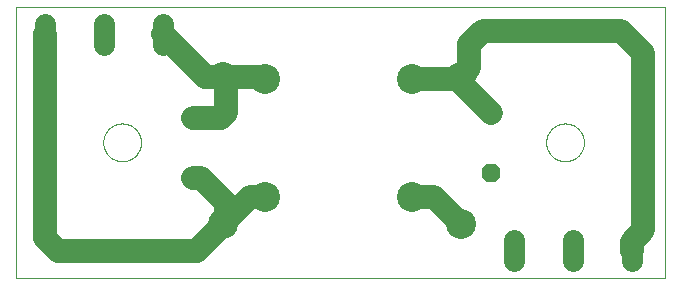
<source format=gtl>
G75*
%MOIN*%
%OFA0B0*%
%FSLAX25Y25*%
%IPPOS*%
%LPD*%
%AMOC8*
5,1,8,0,0,1.08239X$1,22.5*
%
%ADD10C,0.00000*%
%ADD11C,0.10000*%
%ADD12OC8,0.06300*%
%ADD13C,0.07050*%
%ADD14C,0.08000*%
D10*
X0001587Y0008595D02*
X0001587Y0099146D01*
X0217871Y0099146D01*
X0217871Y0008595D01*
X0001587Y0008595D01*
X0030595Y0053871D02*
X0030597Y0054029D01*
X0030603Y0054187D01*
X0030613Y0054345D01*
X0030627Y0054503D01*
X0030645Y0054660D01*
X0030666Y0054817D01*
X0030692Y0054973D01*
X0030722Y0055129D01*
X0030755Y0055284D01*
X0030793Y0055437D01*
X0030834Y0055590D01*
X0030879Y0055742D01*
X0030928Y0055893D01*
X0030981Y0056042D01*
X0031037Y0056190D01*
X0031097Y0056336D01*
X0031161Y0056481D01*
X0031229Y0056624D01*
X0031300Y0056766D01*
X0031374Y0056906D01*
X0031452Y0057043D01*
X0031534Y0057179D01*
X0031618Y0057313D01*
X0031707Y0057444D01*
X0031798Y0057573D01*
X0031893Y0057700D01*
X0031990Y0057825D01*
X0032091Y0057947D01*
X0032195Y0058066D01*
X0032302Y0058183D01*
X0032412Y0058297D01*
X0032525Y0058408D01*
X0032640Y0058517D01*
X0032758Y0058622D01*
X0032879Y0058724D01*
X0033002Y0058824D01*
X0033128Y0058920D01*
X0033256Y0059013D01*
X0033386Y0059103D01*
X0033519Y0059189D01*
X0033654Y0059273D01*
X0033790Y0059352D01*
X0033929Y0059429D01*
X0034070Y0059501D01*
X0034212Y0059571D01*
X0034356Y0059636D01*
X0034502Y0059698D01*
X0034649Y0059756D01*
X0034798Y0059811D01*
X0034948Y0059862D01*
X0035099Y0059909D01*
X0035251Y0059952D01*
X0035404Y0059991D01*
X0035559Y0060027D01*
X0035714Y0060058D01*
X0035870Y0060086D01*
X0036026Y0060110D01*
X0036183Y0060130D01*
X0036341Y0060146D01*
X0036498Y0060158D01*
X0036657Y0060166D01*
X0036815Y0060170D01*
X0036973Y0060170D01*
X0037131Y0060166D01*
X0037290Y0060158D01*
X0037447Y0060146D01*
X0037605Y0060130D01*
X0037762Y0060110D01*
X0037918Y0060086D01*
X0038074Y0060058D01*
X0038229Y0060027D01*
X0038384Y0059991D01*
X0038537Y0059952D01*
X0038689Y0059909D01*
X0038840Y0059862D01*
X0038990Y0059811D01*
X0039139Y0059756D01*
X0039286Y0059698D01*
X0039432Y0059636D01*
X0039576Y0059571D01*
X0039718Y0059501D01*
X0039859Y0059429D01*
X0039998Y0059352D01*
X0040134Y0059273D01*
X0040269Y0059189D01*
X0040402Y0059103D01*
X0040532Y0059013D01*
X0040660Y0058920D01*
X0040786Y0058824D01*
X0040909Y0058724D01*
X0041030Y0058622D01*
X0041148Y0058517D01*
X0041263Y0058408D01*
X0041376Y0058297D01*
X0041486Y0058183D01*
X0041593Y0058066D01*
X0041697Y0057947D01*
X0041798Y0057825D01*
X0041895Y0057700D01*
X0041990Y0057573D01*
X0042081Y0057444D01*
X0042170Y0057313D01*
X0042254Y0057179D01*
X0042336Y0057043D01*
X0042414Y0056906D01*
X0042488Y0056766D01*
X0042559Y0056624D01*
X0042627Y0056481D01*
X0042691Y0056336D01*
X0042751Y0056190D01*
X0042807Y0056042D01*
X0042860Y0055893D01*
X0042909Y0055742D01*
X0042954Y0055590D01*
X0042995Y0055437D01*
X0043033Y0055284D01*
X0043066Y0055129D01*
X0043096Y0054973D01*
X0043122Y0054817D01*
X0043143Y0054660D01*
X0043161Y0054503D01*
X0043175Y0054345D01*
X0043185Y0054187D01*
X0043191Y0054029D01*
X0043193Y0053871D01*
X0043191Y0053713D01*
X0043185Y0053555D01*
X0043175Y0053397D01*
X0043161Y0053239D01*
X0043143Y0053082D01*
X0043122Y0052925D01*
X0043096Y0052769D01*
X0043066Y0052613D01*
X0043033Y0052458D01*
X0042995Y0052305D01*
X0042954Y0052152D01*
X0042909Y0052000D01*
X0042860Y0051849D01*
X0042807Y0051700D01*
X0042751Y0051552D01*
X0042691Y0051406D01*
X0042627Y0051261D01*
X0042559Y0051118D01*
X0042488Y0050976D01*
X0042414Y0050836D01*
X0042336Y0050699D01*
X0042254Y0050563D01*
X0042170Y0050429D01*
X0042081Y0050298D01*
X0041990Y0050169D01*
X0041895Y0050042D01*
X0041798Y0049917D01*
X0041697Y0049795D01*
X0041593Y0049676D01*
X0041486Y0049559D01*
X0041376Y0049445D01*
X0041263Y0049334D01*
X0041148Y0049225D01*
X0041030Y0049120D01*
X0040909Y0049018D01*
X0040786Y0048918D01*
X0040660Y0048822D01*
X0040532Y0048729D01*
X0040402Y0048639D01*
X0040269Y0048553D01*
X0040134Y0048469D01*
X0039998Y0048390D01*
X0039859Y0048313D01*
X0039718Y0048241D01*
X0039576Y0048171D01*
X0039432Y0048106D01*
X0039286Y0048044D01*
X0039139Y0047986D01*
X0038990Y0047931D01*
X0038840Y0047880D01*
X0038689Y0047833D01*
X0038537Y0047790D01*
X0038384Y0047751D01*
X0038229Y0047715D01*
X0038074Y0047684D01*
X0037918Y0047656D01*
X0037762Y0047632D01*
X0037605Y0047612D01*
X0037447Y0047596D01*
X0037290Y0047584D01*
X0037131Y0047576D01*
X0036973Y0047572D01*
X0036815Y0047572D01*
X0036657Y0047576D01*
X0036498Y0047584D01*
X0036341Y0047596D01*
X0036183Y0047612D01*
X0036026Y0047632D01*
X0035870Y0047656D01*
X0035714Y0047684D01*
X0035559Y0047715D01*
X0035404Y0047751D01*
X0035251Y0047790D01*
X0035099Y0047833D01*
X0034948Y0047880D01*
X0034798Y0047931D01*
X0034649Y0047986D01*
X0034502Y0048044D01*
X0034356Y0048106D01*
X0034212Y0048171D01*
X0034070Y0048241D01*
X0033929Y0048313D01*
X0033790Y0048390D01*
X0033654Y0048469D01*
X0033519Y0048553D01*
X0033386Y0048639D01*
X0033256Y0048729D01*
X0033128Y0048822D01*
X0033002Y0048918D01*
X0032879Y0049018D01*
X0032758Y0049120D01*
X0032640Y0049225D01*
X0032525Y0049334D01*
X0032412Y0049445D01*
X0032302Y0049559D01*
X0032195Y0049676D01*
X0032091Y0049795D01*
X0031990Y0049917D01*
X0031893Y0050042D01*
X0031798Y0050169D01*
X0031707Y0050298D01*
X0031618Y0050429D01*
X0031534Y0050563D01*
X0031452Y0050699D01*
X0031374Y0050836D01*
X0031300Y0050976D01*
X0031229Y0051118D01*
X0031161Y0051261D01*
X0031097Y0051406D01*
X0031037Y0051552D01*
X0030981Y0051700D01*
X0030928Y0051849D01*
X0030879Y0052000D01*
X0030834Y0052152D01*
X0030793Y0052305D01*
X0030755Y0052458D01*
X0030722Y0052613D01*
X0030692Y0052769D01*
X0030666Y0052925D01*
X0030645Y0053082D01*
X0030627Y0053239D01*
X0030613Y0053397D01*
X0030603Y0053555D01*
X0030597Y0053713D01*
X0030595Y0053871D01*
X0178233Y0053871D02*
X0178235Y0054029D01*
X0178241Y0054187D01*
X0178251Y0054345D01*
X0178265Y0054503D01*
X0178283Y0054660D01*
X0178304Y0054817D01*
X0178330Y0054973D01*
X0178360Y0055129D01*
X0178393Y0055284D01*
X0178431Y0055437D01*
X0178472Y0055590D01*
X0178517Y0055742D01*
X0178566Y0055893D01*
X0178619Y0056042D01*
X0178675Y0056190D01*
X0178735Y0056336D01*
X0178799Y0056481D01*
X0178867Y0056624D01*
X0178938Y0056766D01*
X0179012Y0056906D01*
X0179090Y0057043D01*
X0179172Y0057179D01*
X0179256Y0057313D01*
X0179345Y0057444D01*
X0179436Y0057573D01*
X0179531Y0057700D01*
X0179628Y0057825D01*
X0179729Y0057947D01*
X0179833Y0058066D01*
X0179940Y0058183D01*
X0180050Y0058297D01*
X0180163Y0058408D01*
X0180278Y0058517D01*
X0180396Y0058622D01*
X0180517Y0058724D01*
X0180640Y0058824D01*
X0180766Y0058920D01*
X0180894Y0059013D01*
X0181024Y0059103D01*
X0181157Y0059189D01*
X0181292Y0059273D01*
X0181428Y0059352D01*
X0181567Y0059429D01*
X0181708Y0059501D01*
X0181850Y0059571D01*
X0181994Y0059636D01*
X0182140Y0059698D01*
X0182287Y0059756D01*
X0182436Y0059811D01*
X0182586Y0059862D01*
X0182737Y0059909D01*
X0182889Y0059952D01*
X0183042Y0059991D01*
X0183197Y0060027D01*
X0183352Y0060058D01*
X0183508Y0060086D01*
X0183664Y0060110D01*
X0183821Y0060130D01*
X0183979Y0060146D01*
X0184136Y0060158D01*
X0184295Y0060166D01*
X0184453Y0060170D01*
X0184611Y0060170D01*
X0184769Y0060166D01*
X0184928Y0060158D01*
X0185085Y0060146D01*
X0185243Y0060130D01*
X0185400Y0060110D01*
X0185556Y0060086D01*
X0185712Y0060058D01*
X0185867Y0060027D01*
X0186022Y0059991D01*
X0186175Y0059952D01*
X0186327Y0059909D01*
X0186478Y0059862D01*
X0186628Y0059811D01*
X0186777Y0059756D01*
X0186924Y0059698D01*
X0187070Y0059636D01*
X0187214Y0059571D01*
X0187356Y0059501D01*
X0187497Y0059429D01*
X0187636Y0059352D01*
X0187772Y0059273D01*
X0187907Y0059189D01*
X0188040Y0059103D01*
X0188170Y0059013D01*
X0188298Y0058920D01*
X0188424Y0058824D01*
X0188547Y0058724D01*
X0188668Y0058622D01*
X0188786Y0058517D01*
X0188901Y0058408D01*
X0189014Y0058297D01*
X0189124Y0058183D01*
X0189231Y0058066D01*
X0189335Y0057947D01*
X0189436Y0057825D01*
X0189533Y0057700D01*
X0189628Y0057573D01*
X0189719Y0057444D01*
X0189808Y0057313D01*
X0189892Y0057179D01*
X0189974Y0057043D01*
X0190052Y0056906D01*
X0190126Y0056766D01*
X0190197Y0056624D01*
X0190265Y0056481D01*
X0190329Y0056336D01*
X0190389Y0056190D01*
X0190445Y0056042D01*
X0190498Y0055893D01*
X0190547Y0055742D01*
X0190592Y0055590D01*
X0190633Y0055437D01*
X0190671Y0055284D01*
X0190704Y0055129D01*
X0190734Y0054973D01*
X0190760Y0054817D01*
X0190781Y0054660D01*
X0190799Y0054503D01*
X0190813Y0054345D01*
X0190823Y0054187D01*
X0190829Y0054029D01*
X0190831Y0053871D01*
X0190829Y0053713D01*
X0190823Y0053555D01*
X0190813Y0053397D01*
X0190799Y0053239D01*
X0190781Y0053082D01*
X0190760Y0052925D01*
X0190734Y0052769D01*
X0190704Y0052613D01*
X0190671Y0052458D01*
X0190633Y0052305D01*
X0190592Y0052152D01*
X0190547Y0052000D01*
X0190498Y0051849D01*
X0190445Y0051700D01*
X0190389Y0051552D01*
X0190329Y0051406D01*
X0190265Y0051261D01*
X0190197Y0051118D01*
X0190126Y0050976D01*
X0190052Y0050836D01*
X0189974Y0050699D01*
X0189892Y0050563D01*
X0189808Y0050429D01*
X0189719Y0050298D01*
X0189628Y0050169D01*
X0189533Y0050042D01*
X0189436Y0049917D01*
X0189335Y0049795D01*
X0189231Y0049676D01*
X0189124Y0049559D01*
X0189014Y0049445D01*
X0188901Y0049334D01*
X0188786Y0049225D01*
X0188668Y0049120D01*
X0188547Y0049018D01*
X0188424Y0048918D01*
X0188298Y0048822D01*
X0188170Y0048729D01*
X0188040Y0048639D01*
X0187907Y0048553D01*
X0187772Y0048469D01*
X0187636Y0048390D01*
X0187497Y0048313D01*
X0187356Y0048241D01*
X0187214Y0048171D01*
X0187070Y0048106D01*
X0186924Y0048044D01*
X0186777Y0047986D01*
X0186628Y0047931D01*
X0186478Y0047880D01*
X0186327Y0047833D01*
X0186175Y0047790D01*
X0186022Y0047751D01*
X0185867Y0047715D01*
X0185712Y0047684D01*
X0185556Y0047656D01*
X0185400Y0047632D01*
X0185243Y0047612D01*
X0185085Y0047596D01*
X0184928Y0047584D01*
X0184769Y0047576D01*
X0184611Y0047572D01*
X0184453Y0047572D01*
X0184295Y0047576D01*
X0184136Y0047584D01*
X0183979Y0047596D01*
X0183821Y0047612D01*
X0183664Y0047632D01*
X0183508Y0047656D01*
X0183352Y0047684D01*
X0183197Y0047715D01*
X0183042Y0047751D01*
X0182889Y0047790D01*
X0182737Y0047833D01*
X0182586Y0047880D01*
X0182436Y0047931D01*
X0182287Y0047986D01*
X0182140Y0048044D01*
X0181994Y0048106D01*
X0181850Y0048171D01*
X0181708Y0048241D01*
X0181567Y0048313D01*
X0181428Y0048390D01*
X0181292Y0048469D01*
X0181157Y0048553D01*
X0181024Y0048639D01*
X0180894Y0048729D01*
X0180766Y0048822D01*
X0180640Y0048918D01*
X0180517Y0049018D01*
X0180396Y0049120D01*
X0180278Y0049225D01*
X0180163Y0049334D01*
X0180050Y0049445D01*
X0179940Y0049559D01*
X0179833Y0049676D01*
X0179729Y0049795D01*
X0179628Y0049917D01*
X0179531Y0050042D01*
X0179436Y0050169D01*
X0179345Y0050298D01*
X0179256Y0050429D01*
X0179172Y0050563D01*
X0179090Y0050699D01*
X0179012Y0050836D01*
X0178938Y0050976D01*
X0178867Y0051118D01*
X0178799Y0051261D01*
X0178735Y0051406D01*
X0178675Y0051552D01*
X0178619Y0051700D01*
X0178566Y0051849D01*
X0178517Y0052000D01*
X0178472Y0052152D01*
X0178431Y0052305D01*
X0178393Y0052458D01*
X0178360Y0052613D01*
X0178330Y0052769D01*
X0178304Y0052925D01*
X0178283Y0053082D01*
X0178265Y0053239D01*
X0178251Y0053397D01*
X0178241Y0053555D01*
X0178235Y0053713D01*
X0178233Y0053871D01*
D11*
X0149808Y0075800D03*
X0133627Y0074894D03*
X0084414Y0074894D03*
X0070674Y0075800D03*
X0084414Y0035524D03*
X0070674Y0026587D03*
X0133627Y0035524D03*
X0149808Y0026587D03*
D12*
X0159729Y0043635D03*
X0159729Y0063635D03*
X0060517Y0061902D03*
X0060517Y0041902D03*
D13*
X0050501Y0086322D02*
X0050501Y0093372D01*
X0030816Y0093372D02*
X0030816Y0086322D01*
X0011131Y0086322D02*
X0011131Y0093372D01*
X0167414Y0021325D02*
X0167414Y0014275D01*
X0187099Y0014275D02*
X0187099Y0021325D01*
X0206784Y0021325D02*
X0206784Y0014275D01*
D14*
X0206784Y0017800D02*
X0206784Y0020761D01*
X0210619Y0024595D01*
X0210619Y0083595D01*
X0203068Y0091146D01*
X0157170Y0091146D01*
X0152619Y0086595D01*
X0152619Y0078611D01*
X0149808Y0075800D01*
X0149808Y0073556D01*
X0159729Y0063635D01*
X0148902Y0074894D02*
X0149808Y0075800D01*
X0148902Y0074894D02*
X0133627Y0074894D01*
X0084414Y0074894D02*
X0083509Y0075800D01*
X0070674Y0075800D01*
X0064548Y0075800D01*
X0050501Y0089847D01*
X0070674Y0075800D02*
X0071619Y0074855D01*
X0071619Y0063595D01*
X0069926Y0061902D01*
X0060517Y0061902D01*
X0060517Y0041902D02*
X0063312Y0041902D01*
X0071619Y0033595D01*
X0071619Y0027532D01*
X0079611Y0035524D01*
X0084414Y0035524D01*
X0071619Y0027532D02*
X0070674Y0026587D01*
X0061682Y0017595D01*
X0015619Y0017595D01*
X0011131Y0022083D01*
X0011131Y0089847D01*
X0133627Y0035524D02*
X0140871Y0035524D01*
X0149808Y0026587D01*
M02*

</source>
